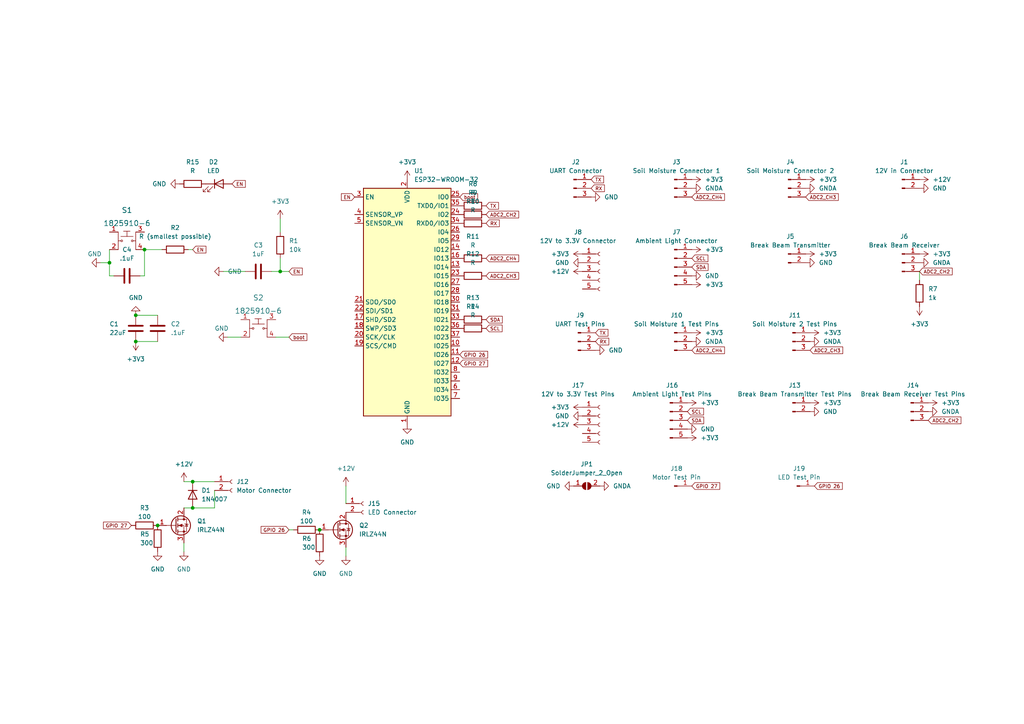
<source format=kicad_sch>
(kicad_sch (version 20211123) (generator eeschema)
  (paper "A4")
  (title_block (title "MicroGreens Team 11"))
  (lib_symbols
    (symbol "Connector:Conn_01x01_Male" (pin_names (offset 1.016) hide)
      (property "Reference" "J" (at 0 2.54 0))
      (property "Value" "Conn_01x01_Male" (at 0 -2.54 0))
      (symbol "Conn_01x01_Male_1_1"
        (polyline (pts (xy 1.27 0) (xy 0.8636 0)) (stroke (width 0.1524)))
        (rectangle (start 0.8636 0.127) (end 0 -0.127) (stroke (width 0.1524)) (fill (type outline)))
        (pin passive line (at 5.08 0 180) (length 3.81) (name "Pin_1") (number "1"))
      )
    )
    (symbol "Connector:Conn_01x02_Female" (pin_names (offset 1.016) hide)
      (property "Reference" "J" (at 0 2.54 0))
      (property "Value" "Conn_01x02_Female" (at 0 -5.08 0))
      (symbol "Conn_01x02_Female_1_1"
        (arc (start 0 -2.032) (mid -0.508 -2.54) (end 0 -3.048) (stroke (width 0.1524)))
        (polyline (pts (xy -1.27 -2.54) (xy -0.508 -2.54)) (stroke (width 0.1524)))
        (polyline (pts (xy -1.27 0) (xy -0.508 0)) (stroke (width 0.1524)))
        (arc (start 0 0.508) (mid -0.508 0) (end 0 -0.508) (stroke (width 0.1524)))
        (pin passive line (at -5.08 0 0) (length 3.81) (name "Pin_1") (number "1"))
        (pin passive line (at -5.08 -2.54 0) (length 3.81) (name "Pin_2") (number "2"))
      )
    )
    (symbol "Connector:Conn_01x02_Male" (pin_names (offset 1.016) hide)
      (property "Reference" "J" (at 0 2.54 0))
      (property "Value" "Conn_01x02_Male" (at 0 -5.08 0))
      (symbol "Conn_01x02_Male_1_1"
        (polyline (pts (xy 1.27 -2.54) (xy 0.8636 -2.54)) (stroke (width 0.1524)))
        (polyline (pts (xy 1.27 0) (xy 0.8636 0)) (stroke (width 0.1524)))
        (rectangle (start 0.8636 -2.413) (end 0 -2.667) (stroke (width 0.1524)) (fill (type outline)))
        (rectangle (start 0.8636 0.127) (end 0 -0.127) (stroke (width 0.1524)) (fill (type outline)))
        (pin passive line (at 5.08 0 180) (length 3.81) (name "Pin_1") (number "1"))
        (pin passive line (at 5.08 -2.54 180) (length 3.81) (name "Pin_2") (number "2"))
      )
    )
    (symbol "Connector:Conn_01x03_Male" (pin_names (offset 1.016) hide)
      (property "Reference" "J" (at 0 5.08 0))
      (property "Value" "Conn_01x03_Male" (at 0 -5.08 0))
      (symbol "Conn_01x03_Male_1_1"
        (polyline (pts (xy 1.27 -2.54) (xy 0.8636 -2.54)) (stroke (width 0.1524)))
        (polyline (pts (xy 1.27 0) (xy 0.8636 0)) (stroke (width 0.1524)))
        (polyline (pts (xy 1.27 2.54) (xy 0.8636 2.54)) (stroke (width 0.1524)))
        (rectangle (start 0.8636 -2.413) (end 0 -2.667) (stroke (width 0.1524)) (fill (type outline)))
        (rectangle (start 0.8636 0.127) (end 0 -0.127) (stroke (width 0.1524)) (fill (type outline)))
        (rectangle (start 0.8636 2.667) (end 0 2.413) (stroke (width 0.1524)) (fill (type outline)))
        (pin passive line (at 5.08 2.54 180) (length 3.81) (name "Pin_1") (number "1"))
        (pin passive line (at 5.08 0 180) (length 3.81) (name "Pin_2") (number "2"))
        (pin passive line (at 5.08 -2.54 180) (length 3.81) (name "Pin_3") (number "3"))
      )
    )
    (symbol "Connector:Conn_01x05_Female" (pin_names (offset 1.016) hide)
      (property "Reference" "J" (at 0 7.62 0))
      (property "Value" "Conn_01x05_Female" (at 0 -7.62 0))
      (symbol "Conn_01x05_Female_1_1"
        (arc (start 0 -4.572) (mid -0.508 -5.08) (end 0 -5.588) (stroke (width 0.1524)))
        (arc (start 0 -2.032) (mid -0.508 -2.54) (end 0 -3.048) (stroke (width 0.1524)))
        (polyline (pts (xy -1.27 -5.08) (xy -0.508 -5.08)) (stroke (width 0.1524)))
        (polyline (pts (xy -1.27 -2.54) (xy -0.508 -2.54)) (stroke (width 0.1524)))
        (polyline (pts (xy -1.27 0) (xy -0.508 0)) (stroke (width 0.1524)))
        (polyline (pts (xy -1.27 2.54) (xy -0.508 2.54)) (stroke (width 0.1524)))
        (polyline (pts (xy -1.27 5.08) (xy -0.508 5.08)) (stroke (width 0.1524)))
        (arc (start 0 0.508) (mid -0.508 0) (end 0 -0.508) (stroke (width 0.1524)))
        (arc (start 0 3.048) (mid -0.508 2.54) (end 0 2.032) (stroke (width 0.1524)))
        (arc (start 0 5.588) (mid -0.508 5.08) (end 0 4.572) (stroke (width 0.1524)))
        (pin passive line (at -5.08 5.08 0) (length 3.81) (name "Pin_1") (number "1"))
        (pin passive line (at -5.08 2.54 0) (length 3.81) (name "Pin_2") (number "2"))
        (pin passive line (at -5.08 0 0) (length 3.81) (name "Pin_3") (number "3"))
        (pin passive line (at -5.08 -2.54 0) (length 3.81) (name "Pin_4") (number "4"))
        (pin passive line (at -5.08 -5.08 0) (length 3.81) (name "Pin_5") (number "5"))
      )
    )
    (symbol "Connector:Conn_01x05_Male" (pin_names (offset 1.016) hide)
      (property "Reference" "J" (at 0 7.62 0))
      (property "Value" "Conn_01x05_Male" (at 0 -7.62 0))
      (symbol "Conn_01x05_Male_1_1"
        (polyline (pts (xy 1.27 -5.08) (xy 0.8636 -5.08)) (stroke (width 0.1524)))
        (polyline (pts (xy 1.27 -2.54) (xy 0.8636 -2.54)) (stroke (width 0.1524)))
        (polyline (pts (xy 1.27 0) (xy 0.8636 0)) (stroke (width 0.1524)))
        (polyline (pts (xy 1.27 2.54) (xy 0.8636 2.54)) (stroke (width 0.1524)))
        (polyline (pts (xy 1.27 5.08) (xy 0.8636 5.08)) (stroke (width 0.1524)))
        (rectangle (start 0.8636 -4.953) (end 0 -5.207) (stroke (width 0.1524)) (fill (type outline)))
        (rectangle (start 0.8636 -2.413) (end 0 -2.667) (stroke (width 0.1524)) (fill (type outline)))
        (rectangle (start 0.8636 0.127) (end 0 -0.127) (stroke (width 0.1524)) (fill (type outline)))
        (rectangle (start 0.8636 2.667) (end 0 2.413) (stroke (width 0.1524)) (fill (type outline)))
        (rectangle (start 0.8636 5.207) (end 0 4.953) (stroke (width 0.1524)) (fill (type outline)))
        (pin passive line (at 5.08 5.08 180) (length 3.81) (name "Pin_1") (number "1"))
        (pin passive line (at 5.08 2.54 180) (length 3.81) (name "Pin_2") (number "2"))
        (pin passive line (at 5.08 0 180) (length 3.81) (name "Pin_3") (number "3"))
        (pin passive line (at 5.08 -2.54 180) (length 3.81) (name "Pin_4") (number "4"))
        (pin passive line (at 5.08 -5.08 180) (length 3.81) (name "Pin_5") (number "5"))
      )
    )
    (symbol "Device:C" (pin_numbers hide) (pin_names (offset 0.254))
      (property "Reference" "C" (at 0.635 2.54 0))
      (property "Value" "C" (at 0.635 -2.54 0))
      (symbol "C_0_1"
        (polyline (pts (xy -2.032 -0.762) (xy 2.032 -0.762)) (stroke (width 0.508)))
        (polyline (pts (xy -2.032 0.762) (xy 2.032 0.762)) (stroke (width 0.508)))
      )
      (symbol "C_1_1"
        (pin passive line (at 0 3.81 270) (length 2.794) (name "~") (number "1"))
        (pin passive line (at 0 -3.81 90) (length 2.794) (name "~") (number "2"))
      )
    )
    (symbol "Device:LED" (pin_numbers hide) (pin_names (offset 1.016) hide)
      (property "Reference" "D" (at 0 2.54 0))
      (property "Value" "LED" (at 0 -2.54 0))
      (symbol "LED_0_1"
        (polyline (pts (xy -1.27 -1.27) (xy -1.27 1.27)) (stroke (width 0.254)))
        (polyline (pts (xy -1.27 0) (xy 1.27 0)))
        (polyline (pts (xy 1.27 -1.27) (xy 1.27 1.27) (xy -1.27 0) (xy 1.27 -1.27)) (stroke (width 0.254)))
        (polyline (pts (xy -3.048 -0.762) (xy -4.572 -2.286) (xy -3.81 -2.286) (xy -4.572 -2.286) (xy -4.572 -1.524)))
        (polyline (pts (xy -1.778 -0.762) (xy -3.302 -2.286) (xy -2.54 -2.286) (xy -3.302 -2.286) (xy -3.302 -1.524)))
      )
      (symbol "LED_1_1"
        (pin passive line (at -3.81 0 0) (length 2.54) (name "K") (number "1"))
        (pin passive line (at 3.81 0 180) (length 2.54) (name "A") (number "2"))
      )
    )
    (symbol "Device:R" (pin_numbers hide) (pin_names (offset 0))
      (property "Reference" "R" (at 2.032 0 90))
      (property "Value" "R" (at 0 0 90))
      (symbol "R_0_1"
        (rectangle (start -1.016 -2.54) (end 1.016 2.54) (stroke (width 0.254)))
      )
      (symbol "R_1_1"
        (pin passive line (at 0 3.81 270) (length 1.27) (name "~") (number "1"))
        (pin passive line (at 0 -3.81 90) (length 1.27) (name "~") (number "2"))
      )
    )
    (symbol "Diode:1N4007" (pin_numbers hide) (pin_names (offset 1.016) hide)
      (property "Reference" "D" (at 0 2.54 0))
      (property "Value" "1N4007" (at 0 -2.54 0))
      (symbol "1N4007_0_1"
        (polyline (pts (xy -1.27 1.27) (xy -1.27 -1.27)) (stroke (width 0.254)))
        (polyline (pts (xy 1.27 0) (xy -1.27 0)))
        (polyline (pts (xy 1.27 1.27) (xy 1.27 -1.27) (xy -1.27 0) (xy 1.27 1.27)) (stroke (width 0.254)))
      )
      (symbol "1N4007_1_1"
        (pin passive line (at -3.81 0 0) (length 2.54) (name "K") (number "1"))
        (pin passive line (at 3.81 0 180) (length 2.54) (name "A") (number "2"))
      )
    )
    (symbol "Jumper:SolderJumper_2_Open" (pin_names (offset 0) hide)
      (property "Reference" "JP" (at 0 2.032 0))
      (property "Value" "SolderJumper_2_Open" (at 0 -2.54 0))
      (symbol "SolderJumper_2_Open_0_1"
        (arc (start -0.254 1.016) (mid -1.27 0) (end -0.254 -1.016))
        (arc (start -0.254 1.016) (mid -1.27 0) (end -0.254 -1.016) (fill (type outline)))
        (polyline (pts (xy -0.254 1.016) (xy -0.254 -1.016)))
        (polyline (pts (xy 0.254 1.016) (xy 0.254 -1.016)))
        (arc (start 0.254 -1.016) (mid 1.27 0) (end 0.254 1.016))
        (arc (start 0.254 -1.016) (mid 1.27 0) (end 0.254 1.016) (fill (type outline)))
      )
      (symbol "SolderJumper_2_Open_1_1"
        (pin passive line (at -3.81 0 0) (length 2.54) (name "A") (number "1"))
        (pin passive line (at 3.81 0 180) (length 2.54) (name "B") (number "2"))
      )
    )
    (symbol "RF_Module:ESP32-WROOM-32"
      (property "Reference" "U" (at -12.7 34.29 0))
      (property "Value" "ESP32-WROOM-32" (at 1.27 34.29 0))
      (symbol "ESP32-WROOM-32_0_1"
        (rectangle (start -12.7 33.02) (end 12.7 -33.02) (stroke (width 0.254)) (fill (type background)))
      )
      (symbol "ESP32-WROOM-32_1_1"
        (pin power_in line (at 0 -35.56 90) (length 2.54) (name "GND") (number "1"))
        (pin bidirectional line (at 15.24 -12.7 180) (length 2.54) (name "IO25") (number "10"))
        (pin bidirectional line (at 15.24 -15.24 180) (length 2.54) (name "IO26") (number "11"))
        (pin bidirectional line (at 15.24 -17.78 180) (length 2.54) (name "IO27") (number "12"))
        (pin bidirectional line (at 15.24 10.16 180) (length 2.54) (name "IO14") (number "13"))
        (pin bidirectional line (at 15.24 15.24 180) (length 2.54) (name "IO12") (number "14"))
        (pin passive line (at 0 -35.56 90) (length 2.54) hide (name "GND") (number "15"))
        (pin bidirectional line (at 15.24 12.7 180) (length 2.54) (name "IO13") (number "16"))
        (pin bidirectional line (at -15.24 -5.08 0) (length 2.54) (name "SHD/SD2") (number "17"))
        (pin bidirectional line (at -15.24 -7.62 0) (length 2.54) (name "SWP/SD3") (number "18"))
        (pin bidirectional line (at -15.24 -12.7 0) (length 2.54) (name "SCS/CMD") (number "19"))
        (pin power_in line (at 0 35.56 270) (length 2.54) (name "VDD") (number "2"))
        (pin bidirectional line (at -15.24 -10.16 0) (length 2.54) (name "SCK/CLK") (number "20"))
        (pin bidirectional line (at -15.24 0 0) (length 2.54) (name "SDO/SD0") (number "21"))
        (pin bidirectional line (at -15.24 -2.54 0) (length 2.54) (name "SDI/SD1") (number "22"))
        (pin bidirectional line (at 15.24 7.62 180) (length 2.54) (name "IO15") (number "23"))
        (pin bidirectional line (at 15.24 25.4 180) (length 2.54) (name "IO2") (number "24"))
        (pin bidirectional line (at 15.24 30.48 180) (length 2.54) (name "IO0") (number "25"))
        (pin bidirectional line (at 15.24 20.32 180) (length 2.54) (name "IO4") (number "26"))
        (pin bidirectional line (at 15.24 5.08 180) (length 2.54) (name "IO16") (number "27"))
        (pin bidirectional line (at 15.24 2.54 180) (length 2.54) (name "IO17") (number "28"))
        (pin bidirectional line (at 15.24 17.78 180) (length 2.54) (name "IO5") (number "29"))
        (pin input line (at -15.24 30.48 0) (length 2.54) (name "EN") (number "3"))
        (pin bidirectional line (at 15.24 0 180) (length 2.54) (name "IO18") (number "30"))
        (pin bidirectional line (at 15.24 -2.54 180) (length 2.54) (name "IO19") (number "31"))
        (pin no_connect line (at -12.7 -27.94 0) (length 2.54) hide (name "NC") (number "32"))
        (pin bidirectional line (at 15.24 -5.08 180) (length 2.54) (name "IO21") (number "33"))
        (pin bidirectional line (at 15.24 22.86 180) (length 2.54) (name "RXD0/IO3") (number "34"))
        (pin bidirectional line (at 15.24 27.94 180) (length 2.54) (name "TXD0/IO1") (number "35"))
        (pin bidirectional line (at 15.24 -7.62 180) (length 2.54) (name "IO22") (number "36"))
        (pin bidirectional line (at 15.24 -10.16 180) (length 2.54) (name "IO23") (number "37"))
        (pin passive line (at 0 -35.56 90) (length 2.54) hide (name "GND") (number "38"))
        (pin passive line (at 0 -35.56 90) (length 2.54) hide (name "GND") (number "39"))
        (pin input line (at -15.24 25.4 0) (length 2.54) (name "SENSOR_VP") (number "4"))
        (pin input line (at -15.24 22.86 0) (length 2.54) (name "SENSOR_VN") (number "5"))
        (pin input line (at 15.24 -25.4 180) (length 2.54) (name "IO34") (number "6"))
        (pin input line (at 15.24 -27.94 180) (length 2.54) (name "IO35") (number "7"))
        (pin bidirectional line (at 15.24 -20.32 180) (length 2.54) (name "IO32") (number "8"))
        (pin bidirectional line (at 15.24 -22.86 180) (length 2.54) (name "IO33") (number "9"))
      )
    )
    (symbol "Transistor_FET:IRLZ44N" (pin_names hide)
      (property "Reference" "Q" (at 6.35 1.905 0))
      (property "Value" "IRLZ44N" (at 6.35 0 0))
      (symbol "IRLZ44N_0_1"
        (polyline (pts (xy 0.254 0) (xy -2.54 0)))
        (polyline (pts (xy 0.254 1.905) (xy 0.254 -1.905)) (stroke (width 0.254)))
        (polyline (pts (xy 0.762 -1.27) (xy 0.762 -2.286)) (stroke (width 0.254)))
        (polyline (pts (xy 0.762 0.508) (xy 0.762 -0.508)) (stroke (width 0.254)))
        (polyline (pts (xy 0.762 2.286) (xy 0.762 1.27)) (stroke (width 0.254)))
        (polyline (pts (xy 2.54 2.54) (xy 2.54 1.778)))
        (polyline (pts (xy 2.54 -2.54) (xy 2.54 0) (xy 0.762 0)))
        (polyline (pts (xy 0.762 -1.778) (xy 3.302 -1.778) (xy 3.302 1.778) (xy 0.762 1.778)))
        (polyline (pts (xy 1.016 0) (xy 2.032 0.381) (xy 2.032 -0.381) (xy 1.016 0)) (fill (type outline)))
        (polyline (pts (xy 2.794 0.508) (xy 2.921 0.381) (xy 3.683 0.381) (xy 3.81 0.254)))
        (polyline (pts (xy 3.302 0.381) (xy 2.921 -0.254) (xy 3.683 -0.254) (xy 3.302 0.381)))
        (circle (center 1.651 0) (radius 2.794) (stroke (width 0.254)))
        (circle (center 2.54 -1.778) (radius 0.254) (fill (type outline)))
        (circle (center 2.54 1.778) (radius 0.254) (fill (type outline)))
      )
      (symbol "IRLZ44N_1_1"
        (pin input line (at -5.08 0 0) (length 2.54) (name "G") (number "1"))
        (pin passive line (at 2.54 5.08 270) (length 2.54) (name "D") (number "2"))
        (pin passive line (at 2.54 -5.08 90) (length 2.54) (name "S") (number "3"))
      )
    )
    (symbol "dk_Tactile-Switches:1825910-6" (pin_names (offset 1.016))
      (property "Reference" "S" (at 0 4.572 0))
      (property "Value" "1825910-6" (at 0.127 -5.08 0))
      (symbol "1825910-6_0_1"
        (circle (center -1.524 0) (radius 0.254))
        (polyline (pts (xy -2.54 2.54) (xy -2.54 -2.54)))
        (polyline (pts (xy -1.778 0) (xy -2.54 0)))
        (polyline (pts (xy -1.778 1.27) (xy 1.778 1.27)))
        (polyline (pts (xy 2.54 -2.54) (xy 2.54 2.54)))
        (polyline (pts (xy 2.54 0) (xy 1.778 0)))
        (circle (center 1.524 0) (radius 0.254))
      )
      (symbol "1825910-6_1_1"
        (polyline (pts (xy -1.016 2.794) (xy 0.889 2.794)))
        (polyline (pts (xy 0 2.794) (xy 0 1.27)))
        (pin passive line (at -5.08 2.54 0) (length 2.54) (name "~") (number "1"))
        (pin passive line (at -5.08 -2.54 0) (length 2.54) (name "~") (number "2"))
        (pin passive line (at 5.08 2.54 180) (length 2.54) (name "~") (number "3"))
        (pin passive line (at 5.08 -2.54 180) (length 2.54) (name "~") (number "4"))
      )
    )
    (symbol "power:+12V" (power) (pin_names (offset 0))
      (property "Value" "+12V" (at 0 3.556 0))
      (symbol "+12V_0_1"
        (polyline (pts (xy -0.762 1.27) (xy 0 2.54)))
        (polyline (pts (xy 0 0) (xy 0 2.54)))
        (polyline (pts (xy 0 2.54) (xy 0.762 1.27)))
      )
      (symbol "+12V_1_1"
        (pin power_in line (at 0 0 90) (length 0) hide (name "+12V") (number "1"))
      )
    )
    (symbol "power:+3.3V" (power) (pin_names (offset 0))
      (property "Value" "+3.3V" (at 0 3.556 0))
      (symbol "+3.3V_0_1"
        (polyline (pts (xy -0.762 1.27) (xy 0 2.54)))
        (polyline (pts (xy 0 0) (xy 0 2.54)))
        (polyline (pts (xy 0 2.54) (xy 0.762 1.27)))
      )
      (symbol "+3.3V_1_1"
        (pin power_in line (at 0 0 90) (length 0) hide (name "+3V3") (number "1"))
      )
    )
    (symbol "power:GND" (power) (pin_names (offset 0))
      (property "Value" "GND" (at 0 -3.81 0))
      (symbol "GND_0_1"
        (polyline (pts (xy 0 0) (xy 0 -1.27) (xy 1.27 -1.27) (xy 0 -2.54) (xy -1.27 -1.27) (xy 0 -1.27)))
      )
      (symbol "GND_1_1"
        (pin power_in line (at 0 0 270) (length 0) hide (name "GND") (number "1"))
      )
    )
    (symbol "power:GNDA" (power) (pin_names (offset 0))
      (property "Value" "GNDA" (at 0 -3.81 0))
      (symbol "GNDA_0_1"
        (polyline (pts (xy 0 0) (xy 0 -1.27) (xy 1.27 -1.27) (xy 0 -2.54) (xy -1.27 -1.27) (xy 0 -1.27)))
      )
      (symbol "GNDA_1_1"
        (pin power_in line (at 0 0 270) (length 0) hide (name "GNDA") (number "1"))
      )
    )
  )
  (junction (at 39.37 99.06))
  (junction (at 92.71 153.67))
  (junction (at 81.28 78.74))
  (junction (at 39.37 91.44))
  (junction (at 41.91 72.39))
  (junction (at 31.75 76.2))
  (junction (at 55.88 147.32))
  (junction (at 45.72 152.4))
  (junction (at 55.88 139.7))
  (wire (pts (xy 66.04 97.79) (xy 69.85 97.79)))
  (wire (pts (xy 39.37 91.44) (xy 45.72 91.44)))
  (wire (pts (xy 80.01 97.79) (xy 83.82 97.79)))
  (wire (pts (xy 31.75 80.01) (xy 33.02 80.01)))
  (wire (pts (xy 29.21 76.2) (xy 31.75 76.2)))
  (wire (pts (xy 31.75 72.39) (xy 31.75 76.2)))
  (wire (pts (xy 53.34 160.02) (xy 53.34 157.48)))
  (wire (pts (xy 55.88 139.7) (xy 62.23 139.7)))
  (wire (pts (xy 81.28 63.5) (xy 81.28 67.31)))
  (wire (pts (xy 41.91 72.39) (xy 41.91 80.01)))
  (wire (pts (xy 55.88 147.32) (xy 62.23 147.32)))
  (wire (pts (xy 31.75 76.2) (xy 31.75 80.01)))
  (wire (pts (xy 41.91 80.01) (xy 40.64 80.01)))
  (wire (pts (xy 83.82 153.67) (xy 85.09 153.67)))
  (wire (pts (xy 54.61 72.39) (xy 55.88 72.39)))
  (wire (pts (xy 78.74 78.74) (xy 81.28 78.74)))
  (wire (pts (xy 53.34 147.32) (xy 55.88 147.32)))
  (wire (pts (xy 41.91 72.39) (xy 46.99 72.39)))
  (wire (pts (xy 100.33 161.29) (xy 100.33 158.75)))
  (wire (pts (xy 62.23 147.32) (xy 62.23 142.24)))
  (wire (pts (xy 53.34 139.7) (xy 55.88 139.7)))
  (wire (pts (xy 266.7 81.28) (xy 266.7 78.74)))
  (wire (pts (xy 81.28 74.93) (xy 81.28 78.74)))
  (wire (pts (xy 64.77 78.74) (xy 71.12 78.74)))
  (wire (pts (xy 81.28 78.74) (xy 83.82 78.74)))
  (wire (pts (xy 100.33 140.97) (xy 100.33 146.05)))
  (wire (pts (xy 39.37 99.06) (xy 45.72 99.06)))
  (global_label "ADC2_CH4" (shape input) (at 140.97 74.93 0) (effects (font (size 1 1))) (property "Intersheet References" "${INTERSHEET_REFS}" (effects hide)))
  (global_label "TX" (shape input) (at 172.72 96.52 0) (effects (font (size 1 1))) (property "Intersheet References" "${INTERSHEET_REFS}" (effects hide)))
  (global_label "GPIO 27" (shape input) (at 38.1 152.4 180) (effects (font (size 1 1))) (property "Intersheet References" "${INTERSHEET_REFS}" (effects hide)))
  (global_label "boot" (shape input) (at 133.35 57.15 0) (effects (font (size 1 1))) (property "Intersheet References" "${INTERSHEET_REFS}" (effects hide)))
  (global_label "TX" (shape input) (at 140.97 59.69 0) (effects (font (size 1 1))) (property "Intersheet References" "${INTERSHEET_REFS}" (effects hide)))
  (global_label "RX" (shape input) (at 172.72 99.06 0) (effects (font (size 1 1))) (property "Intersheet References" "${INTERSHEET_REFS}" (effects hide)))
  (global_label "EN" (shape input) (at 83.82 78.74 0) (effects (font (size 1 1))) (property "Intersheet References" "${INTERSHEET_REFS}" (effects hide)))
  (global_label "ADC2_CH4" (shape input) (at 200.66 101.6 0) (effects (font (size 1 1))) (property "Intersheet References" "${INTERSHEET_REFS}" (effects hide)))
  (global_label "GPIO 26" (shape input) (at 133.35 102.87 0) (effects (font (size 1 1))) (property "Intersheet References" "${INTERSHEET_REFS}" (effects hide)))
  (global_label "RX" (shape input) (at 171.45 54.61 0) (effects (font (size 1 1))) (property "Intersheet References" "${INTERSHEET_REFS}" (effects hide)))
  (global_label "GPIO 27" (shape input) (at 200.66 140.97 0) (effects (font (size 1 1))) (property "Intersheet References" "${INTERSHEET_REFS}" (effects hide)))
  (global_label "GPIO 27" (shape input) (at 133.35 105.41 0) (effects (font (size 1 1))) (property "Intersheet References" "${INTERSHEET_REFS}" (effects hide)))
  (global_label "ADC2_CH3" (shape input) (at 233.68 57.15 0) (effects (font (size 1 1))) (property "Intersheet References" "${INTERSHEET_REFS}" (effects hide)))
  (global_label "EN" (shape input) (at 55.88 72.39 0) (effects (font (size 1 1))) (property "Intersheet References" "${INTERSHEET_REFS}" (effects hide)))
  (global_label "TX" (shape input) (at 171.45 52.07 0) (effects (font (size 1 1))) (property "Intersheet References" "${INTERSHEET_REFS}" (effects hide)))
  (global_label "ADC2_CH2" (shape input) (at 269.24 121.92 0) (effects (font (size 1 1))) (property "Intersheet References" "${INTERSHEET_REFS}" (effects hide)))
  (global_label "EN" (shape input) (at 102.87 57.15 180) (effects (font (size 1 1))) (property "Intersheet References" "${INTERSHEET_REFS}" (effects hide)))
  (global_label "SDA" (shape input) (at 199.39 121.92 0) (effects (font (size 1 1))) (property "Intersheet References" "${INTERSHEET_REFS}" (effects hide)))
  (global_label "ADC2_CH4" (shape input) (at 200.66 57.15 0) (effects (font (size 1 1))) (property "Intersheet References" "${INTERSHEET_REFS}" (effects hide)))
  (global_label "RX" (shape input) (at 140.97 64.77 0) (effects (font (size 1 1))) (property "Intersheet References" "${INTERSHEET_REFS}" (effects hide)))
  (global_label "ADC2_CH2" (shape input) (at 266.7 78.74 0) (effects (font (size 1 1))) (property "Intersheet References" "${INTERSHEET_REFS}" (effects hide)))
  (global_label "ADC2_CH2" (shape input) (at 140.97 62.23 0) (effects (font (size 1 1))) (property "Intersheet References" "${INTERSHEET_REFS}" (effects hide)))
  (global_label "SCL" (shape input) (at 140.97 95.25 0) (effects (font (size 1 1))) (property "Intersheet References" "${INTERSHEET_REFS}" (effects hide)))
  (global_label "SDA" (shape input) (at 140.97 92.71 0) (effects (font (size 1 1))) (property "Intersheet References" "${INTERSHEET_REFS}" (effects hide)))
  (global_label "GPIO 26" (shape input) (at 236.22 140.97 0) (effects (font (size 1 1))) (property "Intersheet References" "${INTERSHEET_REFS}" (effects hide)))
  (global_label "ADC2_CH3" (shape input) (at 234.95 101.6 0) (effects (font (size 1 1))) (property "Intersheet References" "${INTERSHEET_REFS}" (effects hide)))
  (global_label "SCL" (shape input) (at 200.66 74.93 0) (effects (font (size 1 1))) (property "Intersheet References" "${INTERSHEET_REFS}" (effects hide)))
  (global_label "SDA" (shape input) (at 200.66 77.47 0) (effects (font (size 1 1))) (property "Intersheet References" "${INTERSHEET_REFS}" (effects hide)))
  (global_label "SCL" (shape input) (at 199.39 119.38 0) (effects (font (size 1 1))) (property "Intersheet References" "${INTERSHEET_REFS}" (effects hide)))
  (global_label "EN" (shape input) (at 67.31 53.34 0) (effects (font (size 1 1))) (property "Intersheet References" "${INTERSHEET_REFS}" (effects hide)))
  (global_label "ADC2_CH3" (shape input) (at 140.97 80.01 0) (effects (font (size 1 1))) (property "Intersheet References" "${INTERSHEET_REFS}" (effects hide)))
  (global_label "GPIO 26" (shape input) (at 83.82 153.67 180) (effects (font (size 1 1))) (property "Intersheet References" "${INTERSHEET_REFS}" (effects hide)))
  (global_label "boot" (shape input) (at 83.82 97.79 0) (effects (font (size 1 1))) (property "Intersheet References" "${INTERSHEET_REFS}" (effects hide)))
  (symbol (lib_id "power:GND") (at 100.33 161.29 0) (unit 1)
    (property "Reference" "#PWR046" (effects hide))
    (property "Value" "GND" (at 100.33 166.37 0))
  )
  (symbol (lib_id "Connector:Conn_01x03_Male") (at 195.58 54.61 0) (unit 1)
    (property "Reference" "J3" (at 196.215 46.99 0))
    (property "Value" "Soil Moisture Connector 1" (at 196.215 49.53 0))
    (property "Footprint" "MTA:TE_640388-3" (effects hide))
  )
  (symbol (lib_id "Connector:Conn_01x02_Male") (at 229.87 116.84 0) (unit 1)
    (property "Reference" "J13" (at 230.505 111.76 0))
    (property "Value" "Break Beam Transmitter Test Pins" (at 230.505 114.3 0))
    (property "Footprint" "Connector_PinHeader_2.54mm:PinHeader_1x02_P2.54mm_Vertical" (effects hide))
  )
  (symbol (lib_id "Connector:Conn_01x03_Male") (at 167.64 99.06 0) (unit 1)
    (property "Reference" "J9" (at 168.275 91.44 0))
    (property "Value" "UART Test Pins" (at 168.275 93.98 0))
    (property "Footprint" "Connector_PinHeader_2.54mm:PinHeader_1x03_P2.54mm_Vertical" (effects hide))
  )
  (symbol (lib_id "Transistor_FET:IRLZ44N") (at 50.8 152.4 0) (unit 1)
    (property "Reference" "Q1" (at 57.15 151.1299 0) (effects (justify left)))
    (property "Value" "IRLZ44N" (at 57.15 153.6699 0) (effects (justify left)))
    (property "Footprint" "Package_TO_SOT_THT:TO-220-3_Vertical" (effects hide))
    (property "Datasheet" "http://www.irf.com/product-info/datasheets/data/irlz44n.pdf" (effects hide))
  )
  (symbol (lib_id "power:GNDA") (at 266.7 76.2 90) (unit 1)
    (property "Reference" "#PWR0104" (effects hide))
    (property "Value" "GNDA" (at 270.51 76.1999 90) (effects (justify right)))
  )
  (symbol (lib_id "power:+3.3V") (at 199.39 116.84 270) (unit 1)
    (property "Reference" "#PWR032" (effects hide))
    (property "Value" "+3.3V" (at 203.2 116.8401 90) (effects (justify left)))
  )
  (symbol (lib_id "power:GND") (at 52.07 53.34 270) (unit 1)
    (property "Reference" "#PWR0101" (effects hide))
    (property "Value" "GND" (at 48.26 53.3399 90) (effects (justify right)))
  )
  (symbol (lib_id "power:+3.3V") (at 266.7 88.9 180) (unit 1)
    (property "Reference" "#PWR0110" (effects hide))
    (property "Value" "+3.3V" (at 266.7 93.98 0))
  )
  (symbol (lib_id "power:+3.3V") (at 168.91 118.11 90) (unit 1)
    (property "Reference" "#PWR037" (effects hide))
    (property "Value" "+3.3V" (at 165.1 118.1099 90) (effects (justify left)))
  )
  (symbol (lib_id "power:+3.3V") (at 199.39 127 270) (unit 1)
    (property "Reference" "#PWR042" (effects hide))
    (property "Value" "+3.3V" (at 203.2 126.9999 90) (effects (justify left)))
  )
  (symbol (lib_id "power:+3.3V") (at 266.7 73.66 270) (unit 1)
    (property "Reference" "#PWR015" (effects hide))
    (property "Value" "+3.3V" (at 270.51 73.6601 90) (effects (justify left)))
  )
  (symbol (lib_id "Device:R") (at 81.28 71.12 0) (unit 1)
    (property "Reference" "R1" (at 83.82 69.8499 0) (effects (justify left)))
    (property "Value" "10k" (at 83.82 72.3899 0) (effects (justify left)))
    (property "Footprint" "Resistor_THT:R_Axial_DIN0207_L6.3mm_D2.5mm_P7.62mm_Horizontal" (effects hide))
  )
  (symbol (lib_id "power:+3.3V") (at 234.95 96.52 270) (unit 1)
    (property "Reference" "#PWR025" (effects hide))
    (property "Value" "+3.3V" (at 238.76 96.5201 90) (effects (justify left)))
  )
  (symbol (lib_id "Device:R") (at 88.9 153.67 90) (unit 1)
    (property "Reference" "R4" (at 88.9 148.59 90))
    (property "Value" "100" (at 88.9 151.13 90))
    (property "Footprint" "Resistor_THT:R_Axial_DIN0207_L6.3mm_D2.5mm_P7.62mm_Horizontal" (effects hide))
  )
  (symbol (lib_id "Device:LED") (at 63.5 53.34 0) (unit 1)
    (property "Reference" "D2" (at 61.9125 46.99 0))
    (property "Value" "LED" (at 61.9125 49.53 0))
    (property "Footprint" "LED_THT:LED_D3.0mm" (effects hide))
  )
  (symbol (lib_id "Connector:Conn_01x05_Female") (at 173.99 123.19 0) (unit 1)
    (property "Reference" "J17" (at 167.64 111.76 0))
    (property "Value" "12V to 3.3V Test Pins" (at 167.64 114.3 0))
    (property "Footprint" "Connector_PinHeader_2.54mm:PinHeader_1x05_P2.54mm_Vertical" (effects hide))
  )
  (symbol (lib_id "power:GNDA") (at 234.95 99.06 90) (unit 1)
    (property "Reference" "#PWR0109" (effects hide))
    (property "Value" "GNDA" (at 238.76 99.0599 90) (effects (justify right)))
  )
  (symbol (lib_id "Device:C") (at 74.93 78.74 90) (unit 1)
    (property "Reference" "C3" (at 74.93 71.12 90))
    (property "Value" "1uF" (at 74.93 73.66 90))
    (property "Footprint" "Capacitor_THT:C_Disc_D5.0mm_W2.5mm_P5.00mm" (effects hide))
  )
  (symbol (lib_id "power:+12V") (at 53.34 139.7 0) (unit 1)
    (property "Reference" "#PWR030" (effects hide))
    (property "Value" "+12V" (at 53.34 134.62 0))
  )
  (symbol (lib_id "power:GND") (at 266.7 54.61 90) (unit 1)
    (property "Reference" "#PWR08" (effects hide))
    (property "Value" "GND" (at 270.51 54.6099 90) (effects (justify right)))
  )
  (symbol (lib_id "power:GNDA") (at 200.66 54.61 90) (unit 1)
    (property "Reference" "#PWR0102" (effects hide))
    (property "Value" "GNDA" (at 204.47 54.6099 90) (effects (justify right)))
  )
  (symbol (lib_id "power:GND") (at 64.77 78.74 270) (unit 1)
    (property "Reference" "#PWR011" (effects hide))
    (property "Value" "GND" (at 66.04 78.7399 90) (effects (justify left)))
  )
  (symbol (lib_id "RF_Module:ESP32-WROOM-32") (at 118.11 87.63 0) (unit 1)
    (property "Reference" "U1" (at 120.1294 49.53 0) (effects (justify left)))
    (property "Value" "ESP32-WROOM-32" (at 120.1294 52.07 0) (effects (justify left)))
    (property "Footprint" "RF_Module:ESP32-WROOM-32" (effects hide))
    (property "Datasheet" "https://www.espressif.com/sites/default/files/documentation/esp32-wroom-32_datasheet_en.pdf" (effects hide))
  )
  (symbol (lib_id "Jumper:SolderJumper_2_Open") (at 170.18 140.97 0) (unit 1)
    (property "Reference" "JP1" (at 170.18 134.62 0))
    (property "Value" "SolderJumper_2_Open" (at 170.18 137.16 0))
    (property "Footprint" "Jumper:SolderJumper-2_P1.3mm_Open_RoundedPad1.0x1.5mm" (effects hide))
  )
  (symbol (lib_id "power:GND") (at 45.72 160.02 0) (unit 1)
    (property "Reference" "#PWR043" (effects hide))
    (property "Value" "GND" (at 45.72 165.1 0))
  )
  (symbol (lib_id "power:GND") (at 118.11 123.19 0) (unit 1)
    (property "Reference" "#PWR038" (effects hide))
    (property "Value" "GND" (at 118.11 128.27 0))
  )
  (symbol (lib_id "power:+3.3V") (at 118.11 52.07 0) (unit 1)
    (property "Reference" "#PWR05" (effects hide))
    (property "Value" "+3.3V" (at 118.11 46.99 0))
  )
  (symbol (lib_id "Device:R") (at 137.16 62.23 90) (unit 1)
    (property "Reference" "R9" (at 137.16 55.88 90))
    (property "Value" "R" (at 137.16 58.42 90))
    (property "Footprint" "Resistor_THT:R_Axial_DIN0207_L6.3mm_D2.5mm_P7.62mm_Horizontal" (effects hide))
  )
  (symbol (lib_id "Connector:Conn_01x03_Male") (at 229.87 99.06 0) (unit 1)
    (property "Reference" "J11" (at 230.505 91.44 0))
    (property "Value" "Soil Moisture 2 Test Pins" (at 230.505 93.98 0))
    (property "Footprint" "Connector_PinHeader_2.54mm:PinHeader_1x03_P2.54mm_Vertical" (effects hide))
  )
  (symbol (lib_id "Device:R") (at 45.72 156.21 0) (unit 1)
    (property "Reference" "R5" (at 40.64 154.94 0) (effects (justify left)))
    (property "Value" "300" (at 40.64 157.48 0) (effects (justify left)))
    (property "Footprint" "Resistor_THT:R_Axial_DIN0207_L6.3mm_D2.5mm_P7.62mm_Horizontal" (effects hide))
  )
  (symbol (lib_id "power:GND") (at 39.37 91.44 180) (unit 1)
    (property "Reference" "#PWR01" (effects hide))
    (property "Value" "GND" (at 39.37 86.36 0))
  )
  (symbol (lib_id "Device:R") (at 41.91 152.4 90) (unit 1)
    (property "Reference" "R3" (at 41.91 147.32 90))
    (property "Value" "100" (at 41.91 149.86 90))
    (property "Footprint" "Resistor_THT:R_Axial_DIN0207_L6.3mm_D2.5mm_P7.62mm_Horizontal" (effects hide))
  )
  (symbol (lib_id "Connector:Conn_01x03_Male") (at 264.16 119.38 0) (unit 1)
    (property "Reference" "J14" (at 264.795 111.76 0))
    (property "Value" "Break Beam Receiver Test Pins" (at 264.795 114.3 0))
    (property "Footprint" "Connector_PinHeader_2.54mm:PinHeader_1x03_P2.54mm_Vertical" (effects hide))
  )
  (symbol (lib_id "power:+3.3V") (at 200.66 96.52 270) (unit 1)
    (property "Reference" "#PWR024" (effects hide))
    (property "Value" "+3.3V" (at 204.47 96.5201 90) (effects (justify left)))
  )
  (symbol (lib_id "power:GND") (at 200.66 80.01 90) (unit 1)
    (property "Reference" "#PWR022" (effects hide))
    (property "Value" "GND" (at 204.47 80.0099 90) (effects (justify right)))
  )
  (symbol (lib_id "power:+12V") (at 168.91 123.19 90) (unit 1)
    (property "Reference" "#PWR041" (effects hide))
    (property "Value" "+12V" (at 165.1 123.1899 90) (effects (justify left)))
  )
  (symbol (lib_id "Device:R") (at 92.71 157.48 0) (unit 1)
    (property "Reference" "R6" (at 87.63 156.21 0) (effects (justify left)))
    (property "Value" "300" (at 87.63 158.75 0) (effects (justify left)))
    (property "Footprint" "Resistor_THT:R_Axial_DIN0207_L6.3mm_D2.5mm_P7.62mm_Horizontal" (effects hide))
  )
  (symbol (lib_id "dk_Tactile-Switches:1825910-6") (at 36.83 69.85 0) (unit 1)
    (property "Reference" "S1" (at 36.83 60.96 0) (effects (font (size 1.524 1.524))))
    (property "Value" "1825910-6" (at 36.83 64.77 0) (effects (font (size 1.524 1.524))))
    (property "Footprint" "digikey-footprints:Switch_Tactile_THT_6x6mm" (effects hide))
    (property "Datasheet" "https://www.te.com/commerce/DocumentDelivery/DDEController?Action=srchrtrv&DocNm=1825910&DocType=Customer+Drawing&DocLang=English" (effects hide))
    (property "Digi-Key_PN" "450-1650-ND" (effects hide))
    (property "MPN" "1825910-6" (effects hide))
    (property "Category" "Switches" (effects hide))
    (property "Family" "Tactile Switches" (effects hide))
    (property "DK_Datasheet_Link" "https://www.te.com/commerce/DocumentDelivery/DDEController?Action=srchrtrv&DocNm=1825910&DocType=Customer+Drawing&DocLang=English" (effects hide))
    (property "DK_Detail_Page" "/product-detail/en/te-connectivity-alcoswitch-switches/1825910-6/450-1650-ND/1632536" (effects hide))
    (property "Description" "SWITCH TACTILE SPST-NO 0.05A 24V" (effects hide))
    (property "Manufacturer" "TE Connectivity ALCOSWITCH Switches" (effects hide))
    (property "Status" "Active" (effects hide))
  )
  (symbol (lib_id "Connector:Conn_01x03_Male") (at 228.6 54.61 0) (unit 1)
    (property "Reference" "J4" (at 229.235 46.99 0))
    (property "Value" "Soil Moisture Connector 2" (at 229.235 49.53 0))
    (property "Footprint" "MTA:TE_640388-3" (effects hide))
  )
  (symbol (lib_id "Connector:Conn_01x01_Male") (at 195.58 140.97 0) (unit 1)
    (property "Reference" "J18" (at 196.215 135.89 0))
    (property "Value" "Motor Test Pin" (at 196.215 138.43 0))
    (property "Footprint" "Connector_PinHeader_2.54mm:PinHeader_1x01_P2.54mm_Vertical" (effects hide))
  )
  (symbol (lib_id "Connector:Conn_01x03_Male") (at 166.37 54.61 0) (unit 1)
    (property "Reference" "J2" (at 167.005 46.99 0))
    (property "Value" "UART Connector" (at 167.005 49.53 0))
    (property "Footprint" "Connector_PinHeader_2.54mm:PinHeader_1x03_P2.54mm_Vertical" (effects hide))
  )
  (symbol (lib_id "Connector:Conn_01x05_Male") (at 195.58 77.47 0) (unit 1)
    (property "Reference" "J7" (at 196.215 67.31 0))
    (property "Value" "Ambient Light Connector" (at 196.215 69.85 0))
    (property "Footprint" "MTA:TE_640445-5" (effects hide))
  )
  (symbol (lib_id "power:GND") (at 92.71 161.29 0) (unit 1)
    (property "Reference" "#PWR045" (effects hide))
    (property "Value" "GND" (at 92.71 166.37 0))
  )
  (symbol (lib_id "Device:R") (at 137.16 74.93 90) (unit 1)
    (property "Reference" "R11" (at 137.16 68.58 90))
    (property "Value" "R" (at 137.16 71.12 90))
    (property "Footprint" "Resistor_THT:R_Axial_DIN0207_L6.3mm_D2.5mm_P7.62mm_Horizontal" (effects hide))
  )
  (symbol (lib_id "Device:R") (at 55.88 53.34 90) (unit 1)
    (property "Reference" "R15" (at 55.88 46.99 90))
    (property "Value" "R" (at 55.88 49.53 90))
    (property "Footprint" "Resistor_THT:R_Axial_DIN0207_L6.3mm_D2.5mm_P7.62mm_Horizontal" (effects hide))
  )
  (symbol (lib_id "power:GND") (at 199.39 124.46 90) (unit 1)
    (property "Reference" "#PWR040" (effects hide))
    (property "Value" "GND" (at 203.2 124.4599 90) (effects (justify right)))
  )
  (symbol (lib_id "Connector:Conn_01x02_Female") (at 105.41 146.05 0) (unit 1)
    (property "Reference" "J15" (at 106.68 146.0499 0) (effects (justify left)))
    (property "Value" "LED Connector" (at 106.68 148.5899 0) (effects (justify left)))
    (property "Footprint" "MTA:TE_640445-2" (effects hide))
  )
  (symbol (lib_id "power:+3.3V") (at 200.66 82.55 270) (unit 1)
    (property "Reference" "#PWR023" (effects hide))
    (property "Value" "+3.3V" (at 204.47 82.5499 90) (effects (justify left)))
  )
  (symbol (lib_id "power:+3.3V") (at 234.95 116.84 270) (unit 1)
    (property "Reference" "#PWR033" (effects hide))
    (property "Value" "+3.3V" (at 238.76 116.8401 90) (effects (justify left)))
  )
  (symbol (lib_id "power:+3.3V") (at 233.68 52.07 270) (unit 1)
    (property "Reference" "#PWR07" (effects hide))
    (property "Value" "+3.3V" (at 237.49 52.0701 90) (effects (justify left)))
  )
  (symbol (lib_id "Connector:Conn_01x01_Male") (at 231.14 140.97 0) (unit 1)
    (property "Reference" "J19" (at 231.775 135.89 0))
    (property "Value" "LED Test Pin" (at 231.775 138.43 0))
    (property "Footprint" "Connector_PinHeader_2.54mm:PinHeader_1x01_P2.54mm_Vertical" (effects hide))
  )
  (symbol (lib_id "power:+3.3V") (at 233.68 73.66 270) (unit 1)
    (property "Reference" "#PWR014" (effects hide))
    (property "Value" "+3.3V" (at 237.49 73.6601 90) (effects (justify left)))
  )
  (symbol (lib_id "Device:R") (at 137.16 92.71 90) (unit 1)
    (property "Reference" "R13" (at 137.16 86.36 90))
    (property "Value" "R" (at 137.16 88.9 90))
    (property "Footprint" "Resistor_THT:R_Axial_DIN0207_L6.3mm_D2.5mm_P7.62mm_Horizontal" (effects hide))
  )
  (symbol (lib_id "power:+12V") (at 100.33 140.97 0) (unit 1)
    (property "Reference" "#PWR031" (effects hide))
    (property "Value" "+12V" (at 100.33 135.89 0))
  )
  (symbol (lib_id "power:GNDA") (at 233.68 54.61 90) (unit 1)
    (property "Reference" "#PWR0103" (effects hide))
    (property "Value" "GNDA" (at 237.49 54.6099 90) (effects (justify right)))
  )
  (symbol (lib_id "Connector:Conn_01x02_Male") (at 261.62 52.07 0) (unit 1)
    (property "Reference" "J1" (at 262.255 46.99 0))
    (property "Value" "12V in Connector" (at 262.255 49.53 0))
    (property "Footprint" "MTA:TE_640445-2" (effects hide))
  )
  (symbol (lib_id "Device:R") (at 50.8 72.39 90) (unit 1)
    (property "Reference" "R2" (at 50.8 66.04 90))
    (property "Value" "R (smallest possible)" (at 50.8 68.58 90))
    (property "Footprint" "Resistor_THT:R_Axial_DIN0207_L6.3mm_D2.5mm_P7.62mm_Horizontal" (effects hide))
  )
  (symbol (lib_id "Connector:Conn_01x05_Female") (at 173.99 78.74 0) (unit 1)
    (property "Reference" "J8" (at 167.64 67.31 0))
    (property "Value" "12V to 3.3V Connector" (at 167.64 69.85 0))
    (property "Footprint" "Connector_PinHeader_2.54mm:PinHeader_1x05_P2.54mm_Vertical" (effects hide))
  )
  (symbol (lib_id "power:GND") (at 29.21 76.2 270) (unit 1)
    (property "Reference" "#PWR019" (effects hide))
    (property "Value" "GND" (at 25.4 73.66 90) (effects (justify left)))
  )
  (symbol (lib_id "Device:R") (at 266.7 85.09 0) (unit 1)
    (property "Reference" "R7" (at 269.24 83.8199 0) (effects (justify left)))
    (property "Value" "1k" (at 269.24 86.3599 0) (effects (justify left)))
    (property "Footprint" "Resistor_THT:R_Axial_DIN0207_L6.3mm_D2.5mm_P7.62mm_Horizontal" (effects hide))
  )
  (symbol (lib_id "power:+3.3V") (at 168.91 73.66 90) (unit 1)
    (property "Reference" "#PWR016" (effects hide))
    (property "Value" "+3.3V" (at 165.1 73.6599 90) (effects (justify left)))
  )
  (symbol (lib_id "power:+3.3V") (at 39.37 99.06 180) (unit 1)
    (property "Reference" "#PWR03" (effects hide))
    (property "Value" "+3.3V" (at 39.37 104.14 0))
  )
  (symbol (lib_id "power:GND") (at 166.37 140.97 270) (unit 1)
    (property "Reference" "#PWR0106" (effects hide))
    (property "Value" "GND" (at 162.56 140.9699 90) (effects (justify right)))
  )
  (symbol (lib_id "power:GND") (at 168.91 76.2 270) (unit 1)
    (property "Reference" "#PWR020" (effects hide))
    (property "Value" "GND" (at 165.1 76.1999 90) (effects (justify right)))
  )
  (symbol (lib_id "Diode:1N4007") (at 55.88 143.51 270) (unit 1)
    (property "Reference" "D1" (at 58.42 142.2399 90) (effects (justify left)))
    (property "Value" "1N4007" (at 58.42 144.7799 90) (effects (justify left)))
    (property "Footprint" "Diode_THT:D_DO-41_SOD81_P10.16mm_Horizontal" (effects hide))
    (property "Datasheet" "http://www.vishay.com/docs/88503/1n4001.pdf" (effects hide))
  )
  (symbol (lib_id "power:+12V") (at 168.91 78.74 90) (unit 1)
    (property "Reference" "#PWR021" (effects hide))
    (property "Value" "+12V" (at 165.1 78.7399 90) (effects (justify left)))
  )
  (symbol (lib_id "dk_Tactile-Switches:1825910-6") (at 74.93 95.25 0) (unit 1)
    (property "Reference" "S2" (at 74.93 86.36 0) (effects (font (size 1.524 1.524))))
    (property "Value" "1825910-6" (at 74.93 90.17 0) (effects (font (size 1.524 1.524))))
    (property "Footprint" "digikey-footprints:Switch_Tactile_THT_6x6mm" (effects hide))
    (property "Datasheet" "https://www.te.com/commerce/DocumentDelivery/DDEController?Action=srchrtrv&DocNm=1825910&DocType=Customer+Drawing&DocLang=English" (effects hide))
    (property "Digi-Key_PN" "450-1650-ND" (effects hide))
    (property "MPN" "1825910-6" (effects hide))
    (property "Category" "Switches" (effects hide))
    (property "Family" "Tactile Switches" (effects hide))
    (property "DK_Datasheet_Link" "https://www.te.com/commerce/DocumentDelivery/DDEController?Action=srchrtrv&DocNm=1825910&DocType=Customer+Drawing&DocLang=English" (effects hide))
    (property "DK_Detail_Page" "/product-detail/en/te-connectivity-alcoswitch-switches/1825910-6/450-1650-ND/1632536" (effects hide))
    (property "Description" "SWITCH TACTILE SPST-NO 0.05A 24V" (effects hide))
    (property "Manufacturer" "TE Connectivity ALCOSWITCH Switches" (effects hide))
    (property "Status" "Active" (effects hide))
  )
  (symbol (lib_id "power:GND") (at 172.72 101.6 90) (unit 1)
    (property "Reference" "#PWR029" (effects hide))
    (property "Value" "GND" (at 176.53 101.5999 90) (effects (justify right)))
  )
  (symbol (lib_id "power:+3.3V") (at 269.24 116.84 270) (unit 1)
    (property "Reference" "#PWR034" (effects hide))
    (property "Value" "+3.3V" (at 273.05 116.8401 90) (effects (justify left)))
  )
  (symbol (lib_id "Connector:Conn_01x05_Male") (at 194.31 121.92 0) (unit 1)
    (property "Reference" "J16" (at 194.945 111.76 0))
    (property "Value" "Ambient Light Test Pins" (at 194.945 114.3 0))
    (property "Footprint" "Connector_PinHeader_2.54mm:PinHeader_1x05_P2.54mm_Vertical" (effects hide))
  )
  (symbol (lib_id "power:+12V") (at 266.7 52.07 270) (unit 1)
    (property "Reference" "#PWR04" (effects hide))
    (property "Value" "+12V" (at 270.51 52.0699 90) (effects (justify left)))
  )
  (symbol (lib_id "Connector:Conn_01x03_Male") (at 195.58 99.06 0) (unit 1)
    (property "Reference" "J10" (at 196.215 91.44 0))
    (property "Value" "Soil Moisture 1 Test Pins" (at 196.215 93.98 0))
    (property "Footprint" "Connector_PinHeader_2.54mm:PinHeader_1x03_P2.54mm_Vertical" (effects hide))
  )
  (symbol (lib_id "Device:R") (at 137.16 64.77 90) (unit 1)
    (property "Reference" "R10" (at 137.16 58.42 90))
    (property "Value" "R" (at 137.16 60.96 90))
    (property "Footprint" "Resistor_THT:R_Axial_DIN0207_L6.3mm_D2.5mm_P7.62mm_Horizontal" (effects hide))
  )
  (symbol (lib_id "Device:C") (at 39.37 95.25 0) (unit 1)
    (property "Reference" "C1" (at 31.75 93.98 0) (effects (justify left)))
    (property "Value" "22uF" (at 31.75 96.52 0) (effects (justify left)))
    (property "Footprint" "Capacitor_THT:C_Disc_D5.0mm_W2.5mm_P5.00mm" (effects hide))
  )
  (symbol (lib_id "Connector:Conn_01x02_Male") (at 228.6 73.66 0) (unit 1)
    (property "Reference" "J5" (at 229.235 68.58 0))
    (property "Value" "Break Beam Transmitter" (at 229.235 71.12 0))
    (property "Footprint" "MTA:TE_640445-2" (effects hide))
  )
  (symbol (lib_id "power:GND") (at 168.91 120.65 270) (unit 1)
    (property "Reference" "#PWR039" (effects hide))
    (property "Value" "GND" (at 165.1 120.6499 90) (effects (justify right)))
  )
  (symbol (lib_id "power:+3.3V") (at 200.66 72.39 270) (unit 1)
    (property "Reference" "#PWR013" (effects hide))
    (property "Value" "+3.3V" (at 204.47 72.3901 90) (effects (justify left)))
  )
  (symbol (lib_id "power:GNDA") (at 269.24 119.38 90) (unit 1)
    (property "Reference" "#PWR0107" (effects hide))
    (property "Value" "GNDA" (at 273.05 119.3799 90) (effects (justify right)))
  )
  (symbol (lib_id "power:GNDA") (at 200.66 99.06 90) (unit 1)
    (property "Reference" "#PWR0108" (effects hide))
    (property "Value" "GNDA" (at 204.47 99.0599 90) (effects (justify right)))
  )
  (symbol (lib_id "power:GND") (at 66.04 97.79 270) (unit 1)
    (property "Reference" "#PWR026" (effects hide))
    (property "Value" "GND" (at 62.23 95.25 90) (effects (justify left)))
  )
  (symbol (lib_id "power:GND") (at 171.45 57.15 90) (unit 1)
    (property "Reference" "#PWR012" (effects hide))
    (property "Value" "GND" (at 175.26 57.1499 90) (effects (justify right)))
  )
  (symbol (lib_id "Transistor_FET:IRLZ44N") (at 97.79 153.67 0) (unit 1)
    (property "Reference" "Q2" (at 104.14 152.3999 0) (effects (justify left)))
    (property "Value" "IRLZ44N" (at 104.14 154.9399 0) (effects (justify left)))
    (property "Footprint" "Package_TO_SOT_THT:TO-220-3_Vertical" (effects hide))
    (property "Datasheet" "http://www.irf.com/product-info/datasheets/data/irlz44n.pdf" (effects hide))
  )
  (symbol (lib_id "Connector:Conn_01x02_Female") (at 67.31 139.7 0) (unit 1)
    (property "Reference" "J12" (at 68.58 139.6999 0) (effects (justify left)))
    (property "Value" "Motor Connector" (at 68.58 142.2399 0) (effects (justify left)))
    (property "Footprint" "MTA:TE_640445-2" (effects hide))
  )
  (symbol (lib_id "power:GND") (at 53.34 160.02 0) (unit 1)
    (property "Reference" "#PWR044" (effects hide))
    (property "Value" "GND" (at 53.34 165.1 0))
  )
  (symbol (lib_id "power:GND") (at 233.68 76.2 90) (unit 1)
    (property "Reference" "#PWR017" (effects hide))
    (property "Value" "GND" (at 237.49 76.1999 90) (effects (justify right)))
  )
  (symbol (lib_id "Connector:Conn_01x03_Male") (at 261.62 76.2 0) (unit 1)
    (property "Reference" "J6" (at 262.255 68.58 0))
    (property "Value" "Break Beam Receiver" (at 262.255 71.12 0))
    (property "Footprint" "MTA:TE_640388-3" (effects hide))
  )
  (symbol (lib_id "power:GND") (at 234.95 119.38 90) (unit 1)
    (property "Reference" "#PWR035" (effects hide))
    (property "Value" "GND" (at 238.76 119.3799 90) (effects (justify right)))
  )
  (symbol (lib_id "Device:R") (at 137.16 59.69 90) (unit 1)
    (property "Reference" "R8" (at 137.16 53.34 90))
    (property "Value" "R" (at 137.16 55.88 90))
    (property "Footprint" "Resistor_THT:R_Axial_DIN0207_L6.3mm_D2.5mm_P7.62mm_Horizontal" (effects hide))
  )
  (symbol (lib_id "Device:R") (at 137.16 95.25 90) (unit 1)
    (property "Reference" "R14" (at 137.16 88.9 90))
    (property "Value" "R" (at 137.16 91.44 90))
    (property "Footprint" "Resistor_THT:R_Axial_DIN0207_L6.3mm_D2.5mm_P7.62mm_Horizontal" (effects hide))
  )
  (symbol (lib_id "Device:C") (at 45.72 95.25 0) (unit 1)
    (property "Reference" "C2" (at 49.53 93.9799 0) (effects (justify left)))
    (property "Value" ".1uF" (at 49.53 96.5199 0) (effects (justify left)))
    (property "Footprint" "Capacitor_THT:C_Disc_D5.0mm_W2.5mm_P5.00mm" (effects hide))
  )
  (symbol (lib_id "power:+3.3V") (at 81.28 63.5 0) (unit 1)
    (property "Reference" "#PWR02" (effects hide))
    (property "Value" "+3.3V" (at 81.28 58.42 0))
  )
  (symbol (lib_id "Device:R") (at 137.16 80.01 90) (unit 1)
    (property "Reference" "R12" (at 137.16 73.66 90))
    (property "Value" "R" (at 137.16 76.2 90))
    (property "Footprint" "Resistor_THT:R_Axial_DIN0207_L6.3mm_D2.5mm_P7.62mm_Horizontal" (effects hide))
  )
  (symbol (lib_id "Device:C") (at 36.83 80.01 90) (unit 1)
    (property "Reference" "C4" (at 36.83 72.39 90))
    (property "Value" ".1uF" (at 36.83 74.93 90))
    (property "Footprint" "Capacitor_THT:C_Disc_D5.0mm_W2.5mm_P5.00mm" (effects hide))
  )
  (symbol (lib_id "power:+3.3V") (at 200.66 52.07 270) (unit 1)
    (property "Reference" "#PWR06" (effects hide))
    (property "Value" "+3.3V" (at 204.47 52.0701 90) (effects (justify left)))
  )
  (symbol (lib_id "power:GNDA") (at 173.99 140.97 90) (unit 1)
    (property "Reference" "#PWR0105" (effects hide))
    (property "Value" "GNDA" (at 177.8 140.9699 90) (effects (justify right)))
  )
)
</source>
